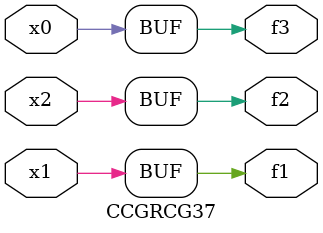
<source format=v>
module CCGRCG37(
	input x0, x1, x2,
	output f1, f2, f3
);
	assign f1 = x1;
	assign f2 = x2;
	assign f3 = x0;
endmodule

</source>
